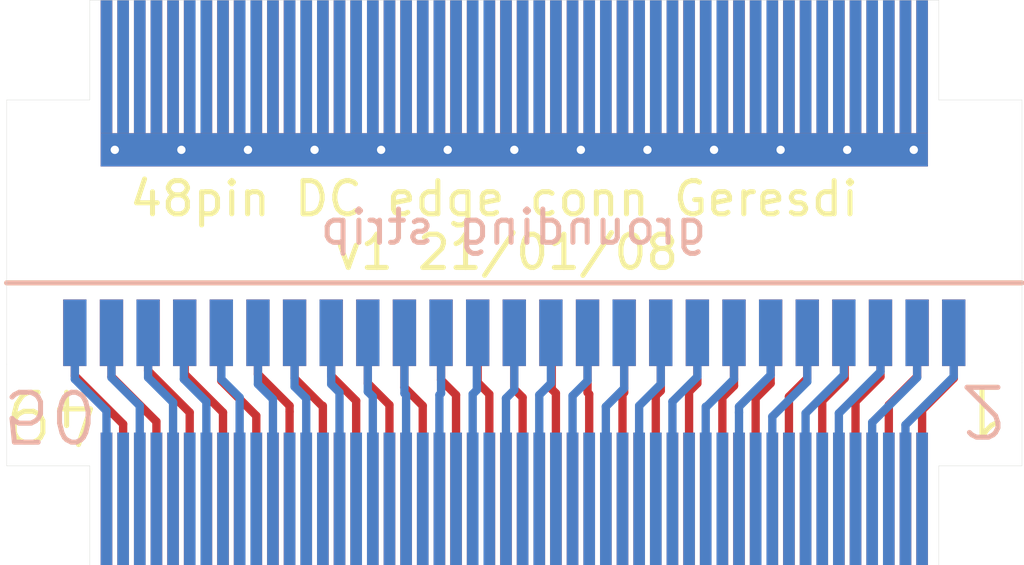
<source format=kicad_pcb>
(kicad_pcb (version 20171130) (host pcbnew "(5.1.8)-1")

  (general
    (thickness 1.6)
    (drawings 330)
    (tracks 165)
    (zones 0)
    (modules 0)
    (nets 1)
  )

  (page A4)
  (layers
    (0 F.Cu signal)
    (31 B.Cu signal)
    (32 B.Adhes user hide)
    (33 F.Adhes user hide)
    (34 B.Paste user hide)
    (35 F.Paste user hide)
    (36 B.SilkS user)
    (37 F.SilkS user)
    (38 B.Mask user)
    (39 F.Mask user hide)
    (40 Dwgs.User user hide)
    (41 Cmts.User user hide)
    (42 Eco1.User user hide)
    (43 Eco2.User user hide)
    (44 Edge.Cuts user)
    (45 Margin user hide)
    (46 B.CrtYd user hide)
    (47 F.CrtYd user hide)
    (48 B.Fab user hide)
    (49 F.Fab user hide)
  )

  (setup
    (last_trace_width 0.25)
    (trace_clearance 0.2)
    (zone_clearance 0.508)
    (zone_45_only no)
    (trace_min 0.2)
    (via_size 0.8)
    (via_drill 0.4)
    (via_min_size 0.4)
    (via_min_drill 0.3)
    (uvia_size 0.3)
    (uvia_drill 0.1)
    (uvias_allowed no)
    (uvia_min_size 0.2)
    (uvia_min_drill 0.1)
    (edge_width 0.05)
    (segment_width 0.2)
    (pcb_text_width 0.3)
    (pcb_text_size 1.5 1.5)
    (mod_edge_width 0.12)
    (mod_text_size 1 1)
    (mod_text_width 0.15)
    (pad_size 1.524 1.524)
    (pad_drill 0.762)
    (pad_to_mask_clearance 0)
    (aux_axis_origin 0 0)
    (grid_origin 64 36)
    (visible_elements FFFFFF7F)
    (pcbplotparams
      (layerselection 0x010fc_ffffffff)
      (usegerberextensions false)
      (usegerberattributes true)
      (usegerberadvancedattributes true)
      (creategerberjobfile true)
      (excludeedgelayer true)
      (linewidth 0.100000)
      (plotframeref false)
      (viasonmask false)
      (mode 1)
      (useauxorigin false)
      (hpglpennumber 1)
      (hpglpenspeed 20)
      (hpglpendiameter 15.000000)
      (psnegative false)
      (psa4output false)
      (plotreference true)
      (plotvalue true)
      (plotinvisibletext false)
      (padsonsilk false)
      (subtractmaskfromsilk false)
      (outputformat 1)
      (mirror false)
      (drillshape 1)
      (scaleselection 1)
      (outputdirectory ""))
  )

  (net 0 "")

  (net_class Default "This is the default net class."
    (clearance 0.2)
    (trace_width 0.25)
    (via_dia 0.8)
    (via_drill 0.4)
    (uvia_dia 0.3)
    (uvia_drill 0.1)
  )

  (gr_line (start 61.175 44.5) (end 91.675 44.5) (layer F.SilkS) (width 0.15) (tstamp 5FF87FF2))
  (gr_poly (pts (xy 72.725 44.95) (xy 73.525 44.95) (xy 73.525 47.05) (xy 72.725 47.05)) (layer B.Mask) (width 0) (tstamp 5FF87F9A))
  (gr_poly (pts (xy 89.225 44.95) (xy 90.025 44.95) (xy 90.025 47.05) (xy 89.225 47.05)) (layer B.Mask) (width 0) (tstamp 5FF87F99))
  (gr_poly (pts (xy 87.025 44.95) (xy 87.825 44.95) (xy 87.825 47.05) (xy 87.025 47.05)) (layer B.Mask) (width 0) (tstamp 5FF87F98))
  (gr_poly (pts (xy 85.925 44.95) (xy 86.725 44.95) (xy 86.725 47.05) (xy 85.925 47.05)) (layer B.Mask) (width 0) (tstamp 5FF87F97))
  (gr_poly (pts (xy 74.925 44.95) (xy 75.725 44.95) (xy 75.725 47.05) (xy 74.925 47.05)) (layer B.Mask) (width 0) (tstamp 5FF87F96))
  (gr_poly (pts (xy 80.425 44.95) (xy 81.225 44.95) (xy 81.225 47.05) (xy 80.425 47.05)) (layer B.Mask) (width 0) (tstamp 5FF87F95))
  (gr_poly (pts (xy 78.225 44.95) (xy 79.025 44.95) (xy 79.025 47.05) (xy 78.225 47.05)) (layer B.Mask) (width 0) (tstamp 5FF87F94))
  (gr_poly (pts (xy 67.225 44.95) (xy 68.025 44.95) (xy 68.025 47.05) (xy 67.225 47.05)) (layer B.Mask) (width 0) (tstamp 5FF87F93))
  (gr_poly (pts (xy 76.025 44.95) (xy 76.825 44.95) (xy 76.825 47.05) (xy 76.025 47.05)) (layer B.Mask) (width 0) (tstamp 5FF87F92))
  (gr_poly (pts (xy 70.525 44.95) (xy 71.325 44.95) (xy 71.325 47.05) (xy 70.525 47.05)) (layer B.Mask) (width 0) (tstamp 5FF87F91))
  (gr_poly (pts (xy 88.125 44.95) (xy 88.925 44.95) (xy 88.925 47.05) (xy 88.125 47.05)) (layer B.Mask) (width 0) (tstamp 5FF87F90))
  (gr_poly (pts (xy 71.625 44.95) (xy 72.425 44.95) (xy 72.425 47.05) (xy 71.625 47.05)) (layer B.Mask) (width 0) (tstamp 5FF87F8F))
  (gr_poly (pts (xy 68.325 44.95) (xy 69.125 44.95) (xy 69.125 47.05) (xy 68.325 47.05)) (layer B.Mask) (width 0) (tstamp 5FF87F8E))
  (gr_poly (pts (xy 73.825 44.95) (xy 74.625 44.95) (xy 74.625 47.05) (xy 73.825 47.05)) (layer B.Mask) (width 0) (tstamp 5FF87F8D))
  (gr_poly (pts (xy 82.625 44.95) (xy 83.425 44.95) (xy 83.425 47.05) (xy 82.625 47.05)) (layer B.Mask) (width 0) (tstamp 5FF87F8C))
  (gr_poly (pts (xy 63.925 44.95) (xy 64.725 44.95) (xy 64.725 47.05) (xy 63.925 47.05)) (layer B.Mask) (width 0) (tstamp 5FF87F8B))
  (gr_poly (pts (xy 83.725 44.95) (xy 84.525 44.95) (xy 84.525 47.05) (xy 83.725 47.05)) (layer B.Mask) (width 0) (tstamp 5FF87F8A))
  (gr_poly (pts (xy 77.125 44.95) (xy 77.925 44.95) (xy 77.925 47.05) (xy 77.125 47.05)) (layer B.Mask) (width 0) (tstamp 5FF87F89))
  (gr_poly (pts (xy 79.325 44.95) (xy 80.125 44.95) (xy 80.125 47.05) (xy 79.325 47.05)) (layer B.Mask) (width 0) (tstamp 5FF87F88))
  (gr_poly (pts (xy 69.425 44.95) (xy 70.225 44.95) (xy 70.225 47.05) (xy 69.425 47.05)) (layer B.Mask) (width 0) (tstamp 5FF87F87))
  (gr_poly (pts (xy 65.025 44.95) (xy 65.825 44.95) (xy 65.825 47.05) (xy 65.025 47.05)) (layer B.Mask) (width 0) (tstamp 5FF87F86))
  (gr_poly (pts (xy 66.125 44.95) (xy 66.925 44.95) (xy 66.925 47.05) (xy 66.125 47.05)) (layer B.Mask) (width 0) (tstamp 5FF87F85))
  (gr_poly (pts (xy 84.825 44.95) (xy 85.625 44.95) (xy 85.625 47.05) (xy 84.825 47.05)) (layer B.Mask) (width 0) (tstamp 5FF87F84))
  (gr_poly (pts (xy 81.525 44.95) (xy 82.325 44.95) (xy 82.325 47.05) (xy 81.525 47.05)) (layer B.Mask) (width 0) (tstamp 5FF87F83))
  (gr_poly (pts (xy 62.825 44.95) (xy 63.625 44.95) (xy 63.625 47.05) (xy 62.825 47.05)) (layer B.Mask) (width 0) (tstamp 5FF87F82))
  (gr_poly (pts (xy 89.225 47.05) (xy 90.025 47.05) (xy 90.025 44.95) (xy 89.225 44.95)) (layer F.Mask) (width 0) (tstamp 5FF87EA9))
  (gr_poly (pts (xy 88.125 47.05) (xy 88.925 47.05) (xy 88.925 44.95) (xy 88.125 44.95)) (layer F.Mask) (width 0) (tstamp 5FF87EA7))
  (gr_poly (pts (xy 87.025 47.05) (xy 87.825 47.05) (xy 87.825 44.95) (xy 87.025 44.95)) (layer F.Mask) (width 0) (tstamp 5FF87EA5))
  (gr_poly (pts (xy 85.925 47.05) (xy 86.725 47.05) (xy 86.725 44.95) (xy 85.925 44.95)) (layer F.Mask) (width 0) (tstamp 5FF87EA3))
  (gr_poly (pts (xy 84.825 47.05) (xy 85.625 47.05) (xy 85.625 44.95) (xy 84.825 44.95)) (layer F.Mask) (width 0) (tstamp 5FF87EA1))
  (gr_poly (pts (xy 83.725 47.05) (xy 84.525 47.05) (xy 84.525 44.95) (xy 83.725 44.95)) (layer F.Mask) (width 0) (tstamp 5FF87E9F))
  (gr_poly (pts (xy 82.625 47.05) (xy 83.425 47.05) (xy 83.425 44.95) (xy 82.625 44.95)) (layer F.Mask) (width 0) (tstamp 5FF87E9D))
  (gr_poly (pts (xy 81.525 47.05) (xy 82.325 47.05) (xy 82.325 44.95) (xy 81.525 44.95)) (layer F.Mask) (width 0) (tstamp 5FF87E9B))
  (gr_poly (pts (xy 80.425 47.05) (xy 81.225 47.05) (xy 81.225 44.95) (xy 80.425 44.95)) (layer F.Mask) (width 0) (tstamp 5FF87E99))
  (gr_poly (pts (xy 79.325 47.05) (xy 80.125 47.05) (xy 80.125 44.95) (xy 79.325 44.95)) (layer F.Mask) (width 0) (tstamp 5FF87E97))
  (gr_poly (pts (xy 78.225 47.05) (xy 79.025 47.05) (xy 79.025 44.95) (xy 78.225 44.95)) (layer F.Mask) (width 0) (tstamp 5FF87E95))
  (gr_poly (pts (xy 77.125 47.05) (xy 77.925 47.05) (xy 77.925 44.95) (xy 77.125 44.95)) (layer F.Mask) (width 0) (tstamp 5FF87E93))
  (gr_poly (pts (xy 76.025 47.05) (xy 76.825 47.05) (xy 76.825 44.95) (xy 76.025 44.95)) (layer F.Mask) (width 0) (tstamp 5FF87E91))
  (gr_poly (pts (xy 74.925 47.05) (xy 75.725 47.05) (xy 75.725 44.95) (xy 74.925 44.95)) (layer F.Mask) (width 0) (tstamp 5FF87E8F))
  (gr_poly (pts (xy 73.825 47.05) (xy 74.625 47.05) (xy 74.625 44.95) (xy 73.825 44.95)) (layer F.Mask) (width 0) (tstamp 5FF87E8D))
  (gr_poly (pts (xy 72.725 47.05) (xy 73.525 47.05) (xy 73.525 44.95) (xy 72.725 44.95)) (layer F.Mask) (width 0) (tstamp 5FF87E8B))
  (gr_poly (pts (xy 71.625 47.05) (xy 72.425 47.05) (xy 72.425 44.95) (xy 71.625 44.95)) (layer F.Mask) (width 0) (tstamp 5FF87E89))
  (gr_poly (pts (xy 70.525 47.05) (xy 71.325 47.05) (xy 71.325 44.95) (xy 70.525 44.95)) (layer F.Mask) (width 0) (tstamp 5FF87E87))
  (gr_poly (pts (xy 69.425 47.05) (xy 70.225 47.05) (xy 70.225 44.95) (xy 69.425 44.95)) (layer F.Mask) (width 0) (tstamp 5FF87E85))
  (gr_poly (pts (xy 68.325 47.05) (xy 69.125 47.05) (xy 69.125 44.95) (xy 68.325 44.95)) (layer F.Mask) (width 0) (tstamp 5FF87E83))
  (gr_poly (pts (xy 67.225 47.05) (xy 68.025 47.05) (xy 68.025 44.95) (xy 67.225 44.95)) (layer F.Mask) (width 0) (tstamp 5FF87E81))
  (gr_poly (pts (xy 66.125 47.05) (xy 66.925 47.05) (xy 66.925 44.95) (xy 66.125 44.95)) (layer F.Mask) (width 0) (tstamp 5FF87E7F))
  (gr_poly (pts (xy 65.025 47.05) (xy 65.825 47.05) (xy 65.825 44.95) (xy 65.025 44.95)) (layer F.Mask) (width 0) (tstamp 5FF87E7D))
  (gr_poly (pts (xy 63.925 47.05) (xy 64.725 47.05) (xy 64.725 44.95) (xy 63.925 44.95)) (layer F.Mask) (width 0) (tstamp 5FF87E7B))
  (gr_poly (pts (xy 62.825 47.05) (xy 63.625 47.05) (xy 63.625 44.95) (xy 62.825 44.95)) (layer F.Mask) (width 0) (tstamp 5FF87E61))
  (gr_poly (pts (xy 89.175 53) (xy 63.675 53) (xy 63.675 49) (xy 89.175 49)) (layer B.Mask) (width 0) (tstamp 5FF87E5A))
  (gr_poly (pts (xy 89.175 40) (xy 63.675 40) (xy 63.675 36) (xy 89.175 36)) (layer B.Mask) (width 0) (tstamp 5FF87E52))
  (gr_poly (pts (xy 89.175 40) (xy 63.675 40) (xy 63.675 36) (xy 89.175 36)) (layer F.Mask) (width 0) (tstamp 5FF87FEE))
  (gr_poly (pts (xy 89.175 53) (xy 63.675 53) (xy 63.675 49) (xy 89.175 49)) (layer F.Mask) (width 0))
  (gr_text 50 (at 62.48 48.475 180) (layer B.SilkS)
    (effects (font (size 1.5 1.5) (thickness 0.15)) (justify mirror))
  )
  (gr_text 2 (at 90.525 48.325 180) (layer B.SilkS)
    (effects (font (size 1.5 1.5) (thickness 0.15)) (justify mirror))
  )
  (gr_text 49 (at 62.55 48.475 180) (layer F.SilkS)
    (effects (font (size 1.5 1.5) (thickness 0.15)))
  )
  (gr_text 1 (at 90.475 48.325 180) (layer F.SilkS)
    (effects (font (size 1.5 1.5) (thickness 0.15)))
  )
  (gr_text "grounding strip" (at 76.4 42.825) (layer B.SilkS)
    (effects (font (size 1 1) (thickness 0.15)) (justify mirror))
  )
  (gr_line (start 61.175 44.5) (end 91.675 44.5) (layer B.SilkS) (width 0.15))
  (gr_text "48pin DC edge conn Geresdi \nv1 21/01/08" (at 76.2 42.775) (layer F.SilkS)
    (effects (font (size 1 1) (thickness 0.15)))
  )
  (gr_line (start 91.675 50) (end 91.675 46.9) (layer Edge.Cuts) (width 0.01) (tstamp 5FF87DE3))
  (gr_line (start 89.175 50) (end 91.675 50) (layer Edge.Cuts) (width 0.01))
  (gr_line (start 61.175 50) (end 61.175 46.95) (layer Edge.Cuts) (width 0.01))
  (gr_line (start 63.675 50) (end 61.175 50) (layer Edge.Cuts) (width 0.01))
  (gr_line (start 63.675 53) (end 63.675 50) (layer Edge.Cuts) (width 0.01) (tstamp 5FF877B2))
  (gr_line (start 63.675 53) (end 89.175 53) (layer Edge.Cuts) (width 0.01) (tstamp 5FF877B1))
  (gr_line (start 89.175 53) (end 89.175 50) (layer Edge.Cuts) (width 0.01) (tstamp 5FF877B0))
  (gr_poly (pts (xy 74.85 49) (xy 74.5 49) (xy 74.5 53) (xy 74.85 53)) (layer B.Cu) (width 0) (tstamp 5FF86F97))
  (gr_poly (pts (xy 68.35 49) (xy 68 49) (xy 68 53) (xy 68.35 53)) (layer B.Cu) (width 0) (tstamp 5FF86F96))
  (gr_poly (pts (xy 72.85 49) (xy 72.5 49) (xy 72.5 53) (xy 72.85 53)) (layer B.Cu) (width 0) (tstamp 5FF86F95))
  (gr_poly (pts (xy 71.85 49) (xy 71.5 49) (xy 71.5 53) (xy 71.85 53)) (layer B.Cu) (width 0) (tstamp 5FF86F94))
  (gr_poly (pts (xy 66.85 49) (xy 66.5 49) (xy 66.5 53) (xy 66.85 53)) (layer B.Cu) (width 0) (tstamp 5FF86F93))
  (gr_poly (pts (xy 75.35 49) (xy 75 49) (xy 75 53) (xy 75.35 53)) (layer B.Cu) (width 0) (tstamp 5FF86F92))
  (gr_poly (pts (xy 81.35 49) (xy 81 49) (xy 81 53) (xy 81.35 53)) (layer B.Cu) (width 0) (tstamp 5FF86F91))
  (gr_poly (pts (xy 67.85 49) (xy 67.5 49) (xy 67.5 53) (xy 67.85 53)) (layer B.Cu) (width 0) (tstamp 5FF86F90))
  (gr_poly (pts (xy 71.35 49) (xy 71 49) (xy 71 53) (xy 71.35 53)) (layer B.Cu) (width 0) (tstamp 5FF86F8F))
  (gr_poly (pts (xy 86.85 49) (xy 86.5 49) (xy 86.5 53) (xy 86.85 53)) (layer B.Cu) (width 0) (tstamp 5FF86F8E))
  (gr_poly (pts (xy 65.85 49) (xy 65.5 49) (xy 65.5 53) (xy 65.85 53)) (layer B.Cu) (width 0) (tstamp 5FF86F8D))
  (gr_poly (pts (xy 88.35 49) (xy 88 49) (xy 88 53) (xy 88.35 53)) (layer B.Cu) (width 0) (tstamp 5FF86F8C))
  (gr_poly (pts (xy 64.85 49) (xy 64.5 49) (xy 64.5 53) (xy 64.85 53)) (layer B.Cu) (width 0) (tstamp 5FF86F8B))
  (gr_poly (pts (xy 75.85 49) (xy 75.5 49) (xy 75.5 53) (xy 75.85 53)) (layer B.Cu) (width 0) (tstamp 5FF86F8A))
  (gr_poly (pts (xy 70.85 49) (xy 70.5 49) (xy 70.5 53) (xy 70.85 53)) (layer B.Cu) (width 0) (tstamp 5FF86F89))
  (gr_poly (pts (xy 76.35 49) (xy 76 49) (xy 76 53) (xy 76.35 53)) (layer B.Cu) (width 0) (tstamp 5FF86F88))
  (gr_poly (pts (xy 76.85 49) (xy 76.5 49) (xy 76.5 53) (xy 76.85 53)) (layer B.Cu) (width 0) (tstamp 5FF86F87))
  (gr_poly (pts (xy 83.35 49) (xy 83 49) (xy 83 53) (xy 83.35 53)) (layer B.Cu) (width 0) (tstamp 5FF86F86))
  (gr_poly (pts (xy 68.85 49) (xy 68.5 49) (xy 68.5 53) (xy 68.85 53)) (layer B.Cu) (width 0) (tstamp 5FF86F85))
  (gr_poly (pts (xy 69.85 49) (xy 69.5 49) (xy 69.5 53) (xy 69.85 53)) (layer B.Cu) (width 0) (tstamp 5FF86F84))
  (gr_poly (pts (xy 88.85 49) (xy 88.5 49) (xy 88.5 53) (xy 88.85 53)) (layer B.Cu) (width 0) (tstamp 5FF86F83))
  (gr_poly (pts (xy 85.35 49) (xy 85 49) (xy 85 53) (xy 85.35 53)) (layer B.Cu) (width 0) (tstamp 5FF86F82))
  (gr_poly (pts (xy 79.85 49) (xy 79.5 49) (xy 79.5 53) (xy 79.85 53)) (layer B.Cu) (width 0) (tstamp 5FF86F81))
  (gr_poly (pts (xy 85.85 49) (xy 85.5 49) (xy 85.5 53) (xy 85.85 53)) (layer B.Cu) (width 0) (tstamp 5FF86F80))
  (gr_poly (pts (xy 70.35 49) (xy 70 49) (xy 70 53) (xy 70.35 53)) (layer B.Cu) (width 0) (tstamp 5FF86F7F))
  (gr_poly (pts (xy 77.35 49) (xy 77 49) (xy 77 53) (xy 77.35 53)) (layer B.Cu) (width 0) (tstamp 5FF86F7E))
  (gr_poly (pts (xy 73.85 49) (xy 73.5 49) (xy 73.5 53) (xy 73.85 53)) (layer B.Cu) (width 0) (tstamp 5FF86F7D))
  (gr_poly (pts (xy 84.85 49) (xy 84.5 49) (xy 84.5 53) (xy 84.85 53)) (layer B.Cu) (width 0) (tstamp 5FF86F7C))
  (gr_poly (pts (xy 64.35 49) (xy 64 49) (xy 64 53) (xy 64.35 53)) (layer B.Cu) (width 0) (tstamp 5FF86F7B))
  (gr_poly (pts (xy 69.35 49) (xy 69 49) (xy 69 53) (xy 69.35 53)) (layer B.Cu) (width 0) (tstamp 5FF86F7A))
  (gr_poly (pts (xy 83.85 49) (xy 83.5 49) (xy 83.5 53) (xy 83.85 53)) (layer B.Cu) (width 0) (tstamp 5FF86F79))
  (gr_poly (pts (xy 84.35 49) (xy 84 49) (xy 84 53) (xy 84.35 53)) (layer B.Cu) (width 0) (tstamp 5FF86F78))
  (gr_poly (pts (xy 77.85 49) (xy 77.5 49) (xy 77.5 53) (xy 77.85 53)) (layer B.Cu) (width 0) (tstamp 5FF86F77))
  (gr_poly (pts (xy 82.85 49) (xy 82.5 49) (xy 82.5 53) (xy 82.85 53)) (layer B.Cu) (width 0) (tstamp 5FF86F76))
  (gr_poly (pts (xy 74.35 49) (xy 74 49) (xy 74 53) (xy 74.35 53)) (layer B.Cu) (width 0) (tstamp 5FF86F75))
  (gr_poly (pts (xy 80.35 49) (xy 80 49) (xy 80 53) (xy 80.35 53)) (layer B.Cu) (width 0) (tstamp 5FF86F74))
  (gr_poly (pts (xy 79.35 49) (xy 79 49) (xy 79 53) (xy 79.35 53)) (layer B.Cu) (width 0) (tstamp 5FF86F73))
  (gr_poly (pts (xy 80.85 49) (xy 80.5 49) (xy 80.5 53) (xy 80.85 53)) (layer B.Cu) (width 0) (tstamp 5FF86F72))
  (gr_poly (pts (xy 66.35 49) (xy 66 49) (xy 66 53) (xy 66.35 53)) (layer B.Cu) (width 0) (tstamp 5FF86F71))
  (gr_poly (pts (xy 67.35 49) (xy 67 49) (xy 67 53) (xy 67.35 53)) (layer B.Cu) (width 0) (tstamp 5FF86F70))
  (gr_poly (pts (xy 72.35 49) (xy 72 49) (xy 72 53) (xy 72.35 53)) (layer B.Cu) (width 0) (tstamp 5FF86F6F))
  (gr_poly (pts (xy 78.35 49) (xy 78 49) (xy 78 53) (xy 78.35 53)) (layer B.Cu) (width 0) (tstamp 5FF86F6E))
  (gr_poly (pts (xy 81.85 49) (xy 81.5 49) (xy 81.5 53) (xy 81.85 53)) (layer B.Cu) (width 0) (tstamp 5FF86F6D))
  (gr_poly (pts (xy 87.35 49) (xy 87 49) (xy 87 53) (xy 87.35 53)) (layer B.Cu) (width 0) (tstamp 5FF86F6C))
  (gr_poly (pts (xy 82.35 49) (xy 82 49) (xy 82 53) (xy 82.35 53)) (layer B.Cu) (width 0) (tstamp 5FF86F6B))
  (gr_poly (pts (xy 78.85 49) (xy 78.5 49) (xy 78.5 53) (xy 78.85 53)) (layer B.Cu) (width 0) (tstamp 5FF86F6A))
  (gr_poly (pts (xy 65.35 49) (xy 65 49) (xy 65 53) (xy 65.35 53)) (layer B.Cu) (width 0) (tstamp 5FF86F69))
  (gr_poly (pts (xy 73.35 49) (xy 73 49) (xy 73 53) (xy 73.35 53)) (layer B.Cu) (width 0) (tstamp 5FF86F68))
  (gr_poly (pts (xy 87.85 49) (xy 87.5 49) (xy 87.5 53) (xy 87.85 53)) (layer B.Cu) (width 0) (tstamp 5FF86F67))
  (gr_poly (pts (xy 86.35 49) (xy 86 49) (xy 86 53) (xy 86.35 53)) (layer B.Cu) (width 0) (tstamp 5FF86F66))
  (gr_poly (pts (xy 67.975 47) (xy 67.275 47) (xy 67.275 45) (xy 67.975 45)) (layer B.Cu) (width 0) (tstamp 5FF86F65))
  (gr_poly (pts (xy 72.375 47) (xy 71.675 47) (xy 71.675 45) (xy 72.375 45)) (layer B.Cu) (width 0) (tstamp 5FF86F64))
  (gr_poly (pts (xy 71.275 47) (xy 70.575 47) (xy 70.575 45) (xy 71.275 45)) (layer B.Cu) (width 0) (tstamp 5FF86F63))
  (gr_poly (pts (xy 69.075 47) (xy 68.375 47) (xy 68.375 45) (xy 69.075 45)) (layer B.Cu) (width 0) (tstamp 5FF86F62))
  (gr_poly (pts (xy 63.575 47) (xy 62.875 47) (xy 62.875 45) (xy 63.575 45)) (layer B.Cu) (width 0) (tstamp 5FF86F61))
  (gr_poly (pts (xy 64.675 47) (xy 63.975 47) (xy 63.975 45) (xy 64.675 45)) (layer B.Cu) (width 0) (tstamp 5FF86F60))
  (gr_poly (pts (xy 66.875 47) (xy 66.175 47) (xy 66.175 45) (xy 66.875 45)) (layer B.Cu) (width 0) (tstamp 5FF86F5F))
  (gr_poly (pts (xy 65.775 47) (xy 65.075 47) (xy 65.075 45) (xy 65.775 45)) (layer B.Cu) (width 0) (tstamp 5FF86F5E))
  (gr_poly (pts (xy 70.175 47) (xy 69.475 47) (xy 69.475 45) (xy 70.175 45)) (layer B.Cu) (width 0) (tstamp 5FF86F5D))
  (gr_poly (pts (xy 77.875 47) (xy 77.175 47) (xy 77.175 45) (xy 77.875 45)) (layer B.Cu) (width 0) (tstamp 5FF86F5C))
  (gr_poly (pts (xy 85.575 47) (xy 84.875 47) (xy 84.875 45) (xy 85.575 45)) (layer B.Cu) (width 0) (tstamp 5FF86F5B))
  (gr_poly (pts (xy 75.675 47) (xy 74.975 47) (xy 74.975 45) (xy 75.675 45)) (layer B.Cu) (width 0) (tstamp 5FF86F5A))
  (gr_poly (pts (xy 73.475 47) (xy 72.775 47) (xy 72.775 45) (xy 73.475 45)) (layer B.Cu) (width 0) (tstamp 5FF86F59))
  (gr_poly (pts (xy 83.375 47) (xy 82.675 47) (xy 82.675 45) (xy 83.375 45)) (layer B.Cu) (width 0) (tstamp 5FF86F58))
  (gr_poly (pts (xy 88.875 47) (xy 88.175 47) (xy 88.175 45) (xy 88.875 45)) (layer B.Cu) (width 0) (tstamp 5FF86F57))
  (gr_poly (pts (xy 81.175 47) (xy 80.475 47) (xy 80.475 45) (xy 81.175 45)) (layer B.Cu) (width 0) (tstamp 5FF86F56))
  (gr_poly (pts (xy 76.775 47) (xy 76.075 47) (xy 76.075 45) (xy 76.775 45)) (layer B.Cu) (width 0) (tstamp 5FF86F55))
  (gr_poly (pts (xy 87.775 47) (xy 87.075 47) (xy 87.075 45) (xy 87.775 45)) (layer B.Cu) (width 0) (tstamp 5FF86F54))
  (gr_poly (pts (xy 74.575 47) (xy 73.875 47) (xy 73.875 45) (xy 74.575 45)) (layer B.Cu) (width 0) (tstamp 5FF86F53))
  (gr_poly (pts (xy 82.275 47) (xy 81.575 47) (xy 81.575 45) (xy 82.275 45)) (layer B.Cu) (width 0) (tstamp 5FF86F52))
  (gr_poly (pts (xy 78.975 47) (xy 78.275 47) (xy 78.275 45) (xy 78.975 45)) (layer B.Cu) (width 0) (tstamp 5FF86F51))
  (gr_poly (pts (xy 89.975 47) (xy 89.275 47) (xy 89.275 45) (xy 89.975 45)) (layer B.Cu) (width 0) (tstamp 5FF86F50))
  (gr_poly (pts (xy 80.075 47) (xy 79.375 47) (xy 79.375 45) (xy 80.075 45)) (layer B.Cu) (width 0) (tstamp 5FF86F4F))
  (gr_poly (pts (xy 84.475 47) (xy 83.775 47) (xy 83.775 45) (xy 84.475 45)) (layer B.Cu) (width 0) (tstamp 5FF86F4E))
  (gr_poly (pts (xy 86.675 47) (xy 85.975 47) (xy 85.975 45) (xy 86.675 45)) (layer B.Cu) (width 0) (tstamp 5FF86F4D))
  (gr_poly (pts (xy 62.875 47) (xy 63.575 47) (xy 63.575 45) (xy 62.875 45)) (layer F.Cu) (width 0) (tstamp 5FF86D86))
  (gr_poly (pts (xy 63.975 47) (xy 64.675 47) (xy 64.675 45) (xy 63.975 45)) (layer F.Cu) (width 0) (tstamp 5FF86D84))
  (gr_poly (pts (xy 65.075 47) (xy 65.775 47) (xy 65.775 45) (xy 65.075 45)) (layer F.Cu) (width 0) (tstamp 5FF86D82))
  (gr_poly (pts (xy 66.175 47) (xy 66.875 47) (xy 66.875 45) (xy 66.175 45)) (layer F.Cu) (width 0) (tstamp 5FF86D80))
  (gr_poly (pts (xy 67.275 47) (xy 67.975 47) (xy 67.975 45) (xy 67.275 45)) (layer F.Cu) (width 0) (tstamp 5FF86D7E))
  (gr_poly (pts (xy 68.375 47) (xy 69.075 47) (xy 69.075 45) (xy 68.375 45)) (layer F.Cu) (width 0) (tstamp 5FF86D7C))
  (gr_poly (pts (xy 69.475 47) (xy 70.175 47) (xy 70.175 45) (xy 69.475 45)) (layer F.Cu) (width 0) (tstamp 5FF86D7A))
  (gr_poly (pts (xy 70.575 47) (xy 71.275 47) (xy 71.275 45) (xy 70.575 45)) (layer F.Cu) (width 0) (tstamp 5FF86D78))
  (gr_poly (pts (xy 71.675 47) (xy 72.375 47) (xy 72.375 45) (xy 71.675 45)) (layer F.Cu) (width 0) (tstamp 5FF86D76))
  (gr_poly (pts (xy 72.775 47) (xy 73.475 47) (xy 73.475 45) (xy 72.775 45)) (layer F.Cu) (width 0) (tstamp 5FF86D74))
  (gr_poly (pts (xy 73.875 47) (xy 74.575 47) (xy 74.575 45) (xy 73.875 45)) (layer F.Cu) (width 0) (tstamp 5FF86D72))
  (gr_poly (pts (xy 74.975 47) (xy 75.675 47) (xy 75.675 45) (xy 74.975 45)) (layer F.Cu) (width 0) (tstamp 5FF86D70))
  (gr_poly (pts (xy 76.075 47) (xy 76.775 47) (xy 76.775 45) (xy 76.075 45)) (layer F.Cu) (width 0) (tstamp 5FF86D6E))
  (gr_poly (pts (xy 77.175 47) (xy 77.875 47) (xy 77.875 45) (xy 77.175 45)) (layer F.Cu) (width 0) (tstamp 5FF86D6C))
  (gr_poly (pts (xy 78.275 47) (xy 78.975 47) (xy 78.975 45) (xy 78.275 45)) (layer F.Cu) (width 0) (tstamp 5FF86D6A))
  (gr_poly (pts (xy 79.375 47) (xy 80.075 47) (xy 80.075 45) (xy 79.375 45)) (layer F.Cu) (width 0) (tstamp 5FF86D68))
  (gr_poly (pts (xy 80.475 47) (xy 81.175 47) (xy 81.175 45) (xy 80.475 45)) (layer F.Cu) (width 0) (tstamp 5FF86D66))
  (gr_poly (pts (xy 81.575 47) (xy 82.275 47) (xy 82.275 45) (xy 81.575 45)) (layer F.Cu) (width 0) (tstamp 5FF86D64))
  (gr_poly (pts (xy 82.675 47) (xy 83.375 47) (xy 83.375 45) (xy 82.675 45)) (layer F.Cu) (width 0) (tstamp 5FF86D62))
  (gr_poly (pts (xy 83.775 47) (xy 84.475 47) (xy 84.475 45) (xy 83.775 45)) (layer F.Cu) (width 0) (tstamp 5FF86D60))
  (gr_poly (pts (xy 84.875 47) (xy 85.575 47) (xy 85.575 45) (xy 84.875 45)) (layer F.Cu) (width 0) (tstamp 5FF86D5E))
  (gr_poly (pts (xy 85.975 47) (xy 86.675 47) (xy 86.675 45) (xy 85.975 45)) (layer F.Cu) (width 0) (tstamp 5FF86D5C))
  (gr_poly (pts (xy 87.075 47) (xy 87.775 47) (xy 87.775 45) (xy 87.075 45)) (layer F.Cu) (width 0) (tstamp 5FF86D5A))
  (gr_poly (pts (xy 88.175 47) (xy 88.875 47) (xy 88.875 45) (xy 88.175 45)) (layer F.Cu) (width 0) (tstamp 5FF86D58))
  (gr_poly (pts (xy 89.275 47) (xy 89.975 47) (xy 89.975 45) (xy 89.275 45)) (layer F.Cu) (width 0))
  (dimension 8.5 (width 0.15) (layer Dwgs.User) (tstamp 5FF868A6)
    (gr_text "8.500 mm" (at 54.5 48.75 270) (layer Dwgs.User) (tstamp 5FF87ED0)
      (effects (font (size 1 1) (thickness 0.15)))
    )
    (feature1 (pts (xy 64 53) (xy 55.213579 53)))
    (feature2 (pts (xy 64 44.5) (xy 55.213579 44.5)))
    (crossbar (pts (xy 55.8 44.5) (xy 55.8 53)))
    (arrow1a (pts (xy 55.8 53) (xy 55.213579 51.873496)))
    (arrow1b (pts (xy 55.8 53) (xy 56.386421 51.873496)))
    (arrow2a (pts (xy 55.8 44.5) (xy 55.213579 45.626504)))
    (arrow2b (pts (xy 55.8 44.5) (xy 56.386421 45.626504)))
  )
  (dimension 8.5 (width 0.15) (layer Dwgs.User)
    (gr_text "8.500 mm" (at 54.5 40.25 270) (layer Dwgs.User)
      (effects (font (size 1 1) (thickness 0.15)))
    )
    (feature1 (pts (xy 64 44.5) (xy 55.213579 44.5)))
    (feature2 (pts (xy 64 36) (xy 55.213579 36)))
    (crossbar (pts (xy 55.8 36) (xy 55.8 44.5)))
    (arrow1a (pts (xy 55.8 44.5) (xy 55.213579 43.373496)))
    (arrow1b (pts (xy 55.8 44.5) (xy 56.386421 43.373496)))
    (arrow2a (pts (xy 55.8 36) (xy 55.213579 37.126504)))
    (arrow2b (pts (xy 55.8 36) (xy 56.386421 37.126504)))
  )
  (gr_line (start 61.175 39) (end 61.175 46.95) (layer Edge.Cuts) (width 0.01))
  (gr_line (start 91.675 39) (end 91.675 46.9) (layer Edge.Cuts) (width 0.01) (tstamp 5FF86815))
  (gr_line (start 63.675 39) (end 61.175 39) (layer Edge.Cuts) (width 0.01))
  (gr_line (start 63.675 36) (end 63.675 39) (layer Edge.Cuts) (width 0.01))
  (gr_line (start 89.175 39) (end 91.675 39) (layer Edge.Cuts) (width 0.01))
  (gr_line (start 89.175 36) (end 89.175 39) (layer Edge.Cuts) (width 0.01))
  (gr_line (start 89.175 36) (end 63.675 36) (layer Edge.Cuts) (width 0.01))
  (gr_poly (pts (xy 84.5 49) (xy 84.85 49) (xy 84.85 53) (xy 84.5 53)) (layer F.Cu) (width 0) (tstamp 5FF869AD))
  (gr_poly (pts (xy 80 49) (xy 80.35 49) (xy 80.35 53) (xy 80 53)) (layer F.Cu) (width 0) (tstamp 5FF869B0))
  (gr_poly (pts (xy 81 49) (xy 81.35 49) (xy 81.35 53) (xy 81 53)) (layer F.Cu) (width 0) (tstamp 5FF869B3))
  (gr_poly (pts (xy 86.5 49) (xy 86.85 49) (xy 86.85 53) (xy 86.5 53)) (layer F.Cu) (width 0) (tstamp 5FF86A1C))
  (gr_poly (pts (xy 84 49) (xy 84.35 49) (xy 84.35 53) (xy 84 53)) (layer F.Cu) (width 0) (tstamp 5FF869E0))
  (gr_poly (pts (xy 83 49) (xy 83.35 49) (xy 83.35 53) (xy 83 53)) (layer F.Cu) (width 0) (tstamp 5FF869E3))
  (gr_poly (pts (xy 82.5 49) (xy 82.85 49) (xy 82.85 53) (xy 82.5 53)) (layer F.Cu) (width 0) (tstamp 5FF869F2))
  (gr_poly (pts (xy 85.5 49) (xy 85.85 49) (xy 85.85 53) (xy 85.5 53)) (layer F.Cu) (width 0) (tstamp 5FF86A1F))
  (gr_poly (pts (xy 80.5 49) (xy 80.85 49) (xy 80.85 53) (xy 80.5 53)) (layer F.Cu) (width 0) (tstamp 5FF86A22))
  (gr_poly (pts (xy 68 49) (xy 68.35 49) (xy 68.35 53) (xy 68 53)) (layer F.Cu) (width 0) (tstamp 5FF869FB))
  (gr_poly (pts (xy 74.5 49) (xy 74.85 49) (xy 74.85 53) (xy 74.5 53)) (layer F.Cu) (width 0) (tstamp 5FF86A25))
  (gr_poly (pts (xy 71 49) (xy 71.35 49) (xy 71.35 53) (xy 71 53)) (layer F.Cu) (width 0) (tstamp 5FF86A28))
  (gr_poly (pts (xy 73 49) (xy 73.35 49) (xy 73.35 53) (xy 73 53)) (layer F.Cu) (width 0) (tstamp 5FF869EC))
  (gr_poly (pts (xy 76.5 49) (xy 76.85 49) (xy 76.85 53) (xy 76.5 53)) (layer F.Cu) (width 0) (tstamp 5FF869D7))
  (gr_poly (pts (xy 88.5 49) (xy 88.85 49) (xy 88.85 53) (xy 88.5 53)) (layer F.Cu) (width 0) (tstamp 5FF869FE))
  (gr_poly (pts (xy 77.5 49) (xy 77.85 49) (xy 77.85 53) (xy 77.5 53)) (layer F.Cu) (width 0) (tstamp 5FF869B9))
  (gr_poly (pts (xy 68.5 49) (xy 68.85 49) (xy 68.85 53) (xy 68.5 53)) (layer F.Cu) (width 0) (tstamp 5FF86A07))
  (gr_poly (pts (xy 76 49) (xy 76.35 49) (xy 76.35 53) (xy 76 53)) (layer F.Cu) (width 0) (tstamp 5FF869DA))
  (gr_poly (pts (xy 69 49) (xy 69.35 49) (xy 69.35 53) (xy 69 53)) (layer F.Cu) (width 0) (tstamp 5FF86A04))
  (gr_poly (pts (xy 71.5 49) (xy 71.85 49) (xy 71.85 53) (xy 71.5 53)) (layer F.Cu) (width 0) (tstamp 5FF869BC))
  (gr_poly (pts (xy 75 49) (xy 75.35 49) (xy 75.35 53) (xy 75 53)) (layer F.Cu) (width 0) (tstamp 5FF86A0A))
  (gr_poly (pts (xy 75.5 49) (xy 75.85 49) (xy 75.85 53) (xy 75.5 53)) (layer F.Cu) (width 0) (tstamp 5FF869F5))
  (gr_poly (pts (xy 70.5 49) (xy 70.85 49) (xy 70.85 53) (xy 70.5 53)) (layer F.Cu) (width 0) (tstamp 5FF86A2E))
  (gr_poly (pts (xy 77 49) (xy 77.35 49) (xy 77.35 53) (xy 77 53)) (layer F.Cu) (width 0) (tstamp 5FF869D1))
  (gr_poly (pts (xy 73.5 49) (xy 73.85 49) (xy 73.85 53) (xy 73.5 53)) (layer F.Cu) (width 0) (tstamp 5FF86A16))
  (gr_poly (pts (xy 74 49) (xy 74.35 49) (xy 74.35 53) (xy 74 53)) (layer F.Cu) (width 0) (tstamp 5FF86A31))
  (gr_poly (pts (xy 72.5 49) (xy 72.85 49) (xy 72.85 53) (xy 72.5 53)) (layer F.Cu) (width 0) (tstamp 5FF86A13))
  (gr_poly (pts (xy 78.5 49) (xy 78.85 49) (xy 78.85 53) (xy 78.5 53)) (layer F.Cu) (width 0) (tstamp 5FF86A10))
  (gr_poly (pts (xy 87.5 49) (xy 87.85 49) (xy 87.85 53) (xy 87.5 53)) (layer F.Cu) (width 0) (tstamp 5FF86A34))
  (gr_poly (pts (xy 67.5 49) (xy 67.85 49) (xy 67.85 53) (xy 67.5 53)) (layer F.Cu) (width 0) (tstamp 5FF869E9))
  (gr_poly (pts (xy 69.5 49) (xy 69.85 49) (xy 69.85 53) (xy 69.5 53)) (layer F.Cu) (width 0) (tstamp 5FF869DD))
  (gr_poly (pts (xy 66.5 49) (xy 66.85 49) (xy 66.85 53) (xy 66.5 53)) (layer F.Cu) (width 0) (tstamp 5FF86A3D))
  (gr_poly (pts (xy 64 49) (xy 64.35 49) (xy 64.35 53) (xy 64 53)) (layer F.Cu) (width 0) (tstamp 5FF869E6))
  (gr_poly (pts (xy 65.5 49) (xy 65.85 49) (xy 65.85 53) (xy 65.5 53)) (layer F.Cu) (width 0) (tstamp 5FF86A2B))
  (gr_poly (pts (xy 81.5 49) (xy 81.85 49) (xy 81.85 53) (xy 81.5 53)) (layer F.Cu) (width 0) (tstamp 5FF869C2))
  (gr_poly (pts (xy 82 49) (xy 82.35 49) (xy 82.35 53) (xy 82 53)) (layer F.Cu) (width 0) (tstamp 5FF869D4))
  (gr_poly (pts (xy 79 49) (xy 79.35 49) (xy 79.35 53) (xy 79 53)) (layer F.Cu) (width 0) (tstamp 5FF869F8))
  (gr_poly (pts (xy 70 49) (xy 70.35 49) (xy 70.35 53) (xy 70 53)) (layer F.Cu) (width 0) (tstamp 5FF86A0D))
  (gr_poly (pts (xy 83.5 49) (xy 83.85 49) (xy 83.85 53) (xy 83.5 53)) (layer F.Cu) (width 0) (tstamp 5FF86A01))
  (gr_poly (pts (xy 66 49) (xy 66.35 49) (xy 66.35 53) (xy 66 53)) (layer F.Cu) (width 0) (tstamp 5FF869C5))
  (gr_poly (pts (xy 86 49) (xy 86.35 49) (xy 86.35 53) (xy 86 53)) (layer F.Cu) (width 0) (tstamp 5FF869B6))
  (gr_poly (pts (xy 87 49) (xy 87.35 49) (xy 87.35 53) (xy 87 53)) (layer F.Cu) (width 0) (tstamp 5FF869C8))
  (gr_poly (pts (xy 79.5 49) (xy 79.85 49) (xy 79.85 53) (xy 79.5 53)) (layer F.Cu) (width 0) (tstamp 5FF86A37))
  (gr_poly (pts (xy 65 49) (xy 65.35 49) (xy 65.35 53) (xy 65 53)) (layer F.Cu) (width 0) (tstamp 5FF86A3A))
  (gr_poly (pts (xy 67 49) (xy 67.35 49) (xy 67.35 53) (xy 67 53)) (layer F.Cu) (width 0) (tstamp 5FF869EF))
  (gr_poly (pts (xy 64.5 49) (xy 64.85 49) (xy 64.85 53) (xy 64.5 53)) (layer F.Cu) (width 0) (tstamp 5FF869CB))
  (gr_poly (pts (xy 72 49) (xy 72.35 49) (xy 72.35 53) (xy 72 53)) (layer F.Cu) (width 0) (tstamp 5FF86A19))
  (gr_poly (pts (xy 88 49) (xy 88.35 49) (xy 88.35 53) (xy 88 53)) (layer F.Cu) (width 0) (tstamp 5FF869CE))
  (gr_poly (pts (xy 85 49) (xy 85.35 49) (xy 85.35 53) (xy 85 53)) (layer F.Cu) (width 0) (tstamp 5FF869BF))
  (gr_poly (pts (xy 78 49) (xy 78.35 49) (xy 78.35 53) (xy 78 53)) (layer F.Cu) (width 0) (tstamp 5FF869AA))
  (gr_poly (pts (xy 88.85 40) (xy 64 40) (xy 64 41) (xy 88.85 41)) (layer B.Cu) (width 0) (tstamp 5FF85CDF))
  (gr_poly (pts (xy 88.85 41) (xy 64 41) (xy 64 40) (xy 88.85 40)) (layer F.Cu) (width 0))
  (gr_poly (pts (xy 67.35 36) (xy 67 36) (xy 67 40) (xy 67.35 40)) (layer B.Cu) (width 0) (tstamp 5FF85C43))
  (gr_poly (pts (xy 71.85 36) (xy 71.5 36) (xy 71.5 40) (xy 71.85 40)) (layer B.Cu) (width 0) (tstamp 5FF85C42))
  (gr_poly (pts (xy 66.35 36) (xy 66 36) (xy 66 40) (xy 66.35 40)) (layer B.Cu) (width 0) (tstamp 5FF85C41))
  (gr_poly (pts (xy 68.35 36) (xy 68 36) (xy 68 40) (xy 68.35 40)) (layer B.Cu) (width 0) (tstamp 5FF85C40))
  (gr_poly (pts (xy 68.85 36) (xy 68.5 36) (xy 68.5 40) (xy 68.85 40)) (layer B.Cu) (width 0) (tstamp 5FF85C3F))
  (gr_poly (pts (xy 70.35 36) (xy 70 36) (xy 70 40) (xy 70.35 40)) (layer B.Cu) (width 0) (tstamp 5FF85C3E))
  (gr_poly (pts (xy 69.85 36) (xy 69.5 36) (xy 69.5 40) (xy 69.85 40)) (layer B.Cu) (width 0) (tstamp 5FF85C3D))
  (gr_poly (pts (xy 72.85 36) (xy 72.5 36) (xy 72.5 40) (xy 72.85 40)) (layer B.Cu) (width 0) (tstamp 5FF85C3C))
  (gr_poly (pts (xy 72.35 36) (xy 72 36) (xy 72 40) (xy 72.35 40)) (layer B.Cu) (width 0) (tstamp 5FF85C3B))
  (gr_poly (pts (xy 70.85 36) (xy 70.5 36) (xy 70.5 40) (xy 70.85 40)) (layer B.Cu) (width 0) (tstamp 5FF85C3A))
  (gr_poly (pts (xy 69.35 36) (xy 69 36) (xy 69 40) (xy 69.35 40)) (layer B.Cu) (width 0) (tstamp 5FF85C39))
  (gr_poly (pts (xy 66.85 36) (xy 66.5 36) (xy 66.5 40) (xy 66.85 40)) (layer B.Cu) (width 0) (tstamp 5FF85C38))
  (gr_poly (pts (xy 65.85 36) (xy 65.5 36) (xy 65.5 40) (xy 65.85 40)) (layer B.Cu) (width 0) (tstamp 5FF85C37))
  (gr_poly (pts (xy 64.85 36) (xy 64.5 36) (xy 64.5 40) (xy 64.85 40)) (layer B.Cu) (width 0) (tstamp 5FF85C36))
  (gr_poly (pts (xy 67.85 36) (xy 67.5 36) (xy 67.5 40) (xy 67.85 40)) (layer B.Cu) (width 0) (tstamp 5FF85C35))
  (gr_poly (pts (xy 74.85 36) (xy 74.5 36) (xy 74.5 40) (xy 74.85 40)) (layer B.Cu) (width 0) (tstamp 5FF85C34))
  (gr_poly (pts (xy 74.35 36) (xy 74 36) (xy 74 40) (xy 74.35 40)) (layer B.Cu) (width 0) (tstamp 5FF85C33))
  (gr_poly (pts (xy 73.85 36) (xy 73.5 36) (xy 73.5 40) (xy 73.85 40)) (layer B.Cu) (width 0) (tstamp 5FF85C32))
  (gr_poly (pts (xy 65.35 36) (xy 65 36) (xy 65 40) (xy 65.35 40)) (layer B.Cu) (width 0) (tstamp 5FF85C31))
  (gr_poly (pts (xy 71.35 36) (xy 71 36) (xy 71 40) (xy 71.35 40)) (layer B.Cu) (width 0) (tstamp 5FF85C30))
  (gr_poly (pts (xy 73.35 36) (xy 73 36) (xy 73 40) (xy 73.35 40)) (layer B.Cu) (width 0) (tstamp 5FF85C2F))
  (gr_poly (pts (xy 85.35 36) (xy 85 36) (xy 85 40) (xy 85.35 40)) (layer B.Cu) (width 0) (tstamp 5FF85C2E))
  (gr_poly (pts (xy 87.85 36) (xy 87.5 36) (xy 87.5 40) (xy 87.85 40)) (layer B.Cu) (width 0) (tstamp 5FF85C2D))
  (gr_poly (pts (xy 86.35 36) (xy 86 36) (xy 86 40) (xy 86.35 40)) (layer B.Cu) (width 0) (tstamp 5FF85C2C))
  (gr_poly (pts (xy 88.85 36) (xy 88.5 36) (xy 88.5 40) (xy 88.85 40)) (layer B.Cu) (width 0) (tstamp 5FF85C2B))
  (gr_poly (pts (xy 85.85 36) (xy 85.5 36) (xy 85.5 40) (xy 85.85 40)) (layer B.Cu) (width 0) (tstamp 5FF85C2A))
  (gr_poly (pts (xy 88.35 36) (xy 88 36) (xy 88 40) (xy 88.35 40)) (layer B.Cu) (width 0) (tstamp 5FF85C29))
  (gr_poly (pts (xy 86.85 36) (xy 86.5 36) (xy 86.5 40) (xy 86.85 40)) (layer B.Cu) (width 0) (tstamp 5FF85C28))
  (gr_poly (pts (xy 87.35 36) (xy 87 36) (xy 87 40) (xy 87.35 40)) (layer B.Cu) (width 0) (tstamp 5FF85C27))
  (gr_poly (pts (xy 83.35 36) (xy 83 36) (xy 83 40) (xy 83.35 40)) (layer B.Cu) (width 0) (tstamp 5FF85C26))
  (gr_poly (pts (xy 82.85 36) (xy 82.5 36) (xy 82.5 40) (xy 82.85 40)) (layer B.Cu) (width 0) (tstamp 5FF85C25))
  (gr_poly (pts (xy 80.85 36) (xy 80.5 36) (xy 80.5 40) (xy 80.85 40)) (layer B.Cu) (width 0) (tstamp 5FF85C24))
  (gr_poly (pts (xy 79.35 36) (xy 79 36) (xy 79 40) (xy 79.35 40)) (layer B.Cu) (width 0) (tstamp 5FF85C23))
  (gr_poly (pts (xy 78.85 36) (xy 78.5 36) (xy 78.5 40) (xy 78.85 40)) (layer B.Cu) (width 0) (tstamp 5FF85C22))
  (gr_poly (pts (xy 80.35 36) (xy 80 36) (xy 80 40) (xy 80.35 40)) (layer B.Cu) (width 0) (tstamp 5FF85C21))
  (gr_poly (pts (xy 84.35 36) (xy 84 36) (xy 84 40) (xy 84.35 40)) (layer B.Cu) (width 0) (tstamp 5FF85C20))
  (gr_poly (pts (xy 81.35 36) (xy 81 36) (xy 81 40) (xy 81.35 40)) (layer B.Cu) (width 0) (tstamp 5FF85C1F))
  (gr_poly (pts (xy 77.85 36) (xy 77.5 36) (xy 77.5 40) (xy 77.85 40)) (layer B.Cu) (width 0) (tstamp 5FF85C1E))
  (gr_poly (pts (xy 77.35 36) (xy 77 36) (xy 77 40) (xy 77.35 40)) (layer B.Cu) (width 0) (tstamp 5FF85C1D))
  (gr_poly (pts (xy 76.85 36) (xy 76.5 36) (xy 76.5 40) (xy 76.85 40)) (layer B.Cu) (width 0) (tstamp 5FF85C1C))
  (gr_poly (pts (xy 79.85 36) (xy 79.5 36) (xy 79.5 40) (xy 79.85 40)) (layer B.Cu) (width 0) (tstamp 5FF85C1B))
  (gr_poly (pts (xy 82.35 36) (xy 82 36) (xy 82 40) (xy 82.35 40)) (layer B.Cu) (width 0) (tstamp 5FF85C1A))
  (gr_poly (pts (xy 75.85 36) (xy 75.5 36) (xy 75.5 40) (xy 75.85 40)) (layer B.Cu) (width 0) (tstamp 5FF85C19))
  (gr_poly (pts (xy 81.85 36) (xy 81.5 36) (xy 81.5 40) (xy 81.85 40)) (layer B.Cu) (width 0) (tstamp 5FF85C18))
  (gr_poly (pts (xy 78.35 36) (xy 78 36) (xy 78 40) (xy 78.35 40)) (layer B.Cu) (width 0) (tstamp 5FF85C17))
  (gr_poly (pts (xy 76.35 36) (xy 76 36) (xy 76 40) (xy 76.35 40)) (layer B.Cu) (width 0) (tstamp 5FF85C16))
  (gr_poly (pts (xy 84.85 36) (xy 84.5 36) (xy 84.5 40) (xy 84.85 40)) (layer B.Cu) (width 0) (tstamp 5FF85C15))
  (gr_poly (pts (xy 83.85 36) (xy 83.5 36) (xy 83.5 40) (xy 83.85 40)) (layer B.Cu) (width 0) (tstamp 5FF85C14))
  (gr_poly (pts (xy 75.35 36) (xy 75 36) (xy 75 40) (xy 75.35 40)) (layer B.Cu) (width 0) (tstamp 5FF85C13))
  (gr_poly (pts (xy 64.35 36) (xy 64 36) (xy 64 40) (xy 64.35 40)) (layer B.Cu) (width 0) (tstamp 5FF85C12))
  (gr_poly (pts (xy 88.85 40) (xy 88.5 40) (xy 88.5 36) (xy 88.85 36)) (layer F.Cu) (width 0) (tstamp 5FF85C0F))
  (gr_poly (pts (xy 88.35 40) (xy 88 40) (xy 88 36) (xy 88.35 36)) (layer F.Cu) (width 0) (tstamp 5FF85C0D))
  (gr_poly (pts (xy 87.85 40) (xy 87.5 40) (xy 87.5 36) (xy 87.85 36)) (layer F.Cu) (width 0) (tstamp 5FF85C0B))
  (gr_poly (pts (xy 87.35 40) (xy 87 40) (xy 87 36) (xy 87.35 36)) (layer F.Cu) (width 0) (tstamp 5FF85C09))
  (gr_poly (pts (xy 86.85 40) (xy 86.5 40) (xy 86.5 36) (xy 86.85 36)) (layer F.Cu) (width 0) (tstamp 5FF85C07))
  (gr_poly (pts (xy 86.35 40) (xy 86 40) (xy 86 36) (xy 86.35 36)) (layer F.Cu) (width 0) (tstamp 5FF85C05))
  (gr_poly (pts (xy 85.85 40) (xy 85.5 40) (xy 85.5 36) (xy 85.85 36)) (layer F.Cu) (width 0) (tstamp 5FF85C03))
  (gr_poly (pts (xy 85.35 40) (xy 85 40) (xy 85 36) (xy 85.35 36)) (layer F.Cu) (width 0) (tstamp 5FF85C01))
  (gr_poly (pts (xy 84.85 40) (xy 84.5 40) (xy 84.5 36) (xy 84.85 36)) (layer F.Cu) (width 0) (tstamp 5FF85BFF))
  (gr_poly (pts (xy 84.35 40) (xy 84 40) (xy 84 36) (xy 84.35 36)) (layer F.Cu) (width 0) (tstamp 5FF85BFD))
  (gr_poly (pts (xy 83.85 40) (xy 83.5 40) (xy 83.5 36) (xy 83.85 36)) (layer F.Cu) (width 0) (tstamp 5FF85BFB))
  (gr_poly (pts (xy 83.35 40) (xy 83 40) (xy 83 36) (xy 83.35 36)) (layer F.Cu) (width 0) (tstamp 5FF85BF9))
  (gr_poly (pts (xy 82.85 40) (xy 82.5 40) (xy 82.5 36) (xy 82.85 36)) (layer F.Cu) (width 0) (tstamp 5FF85BF7))
  (gr_poly (pts (xy 82.35 40) (xy 82 40) (xy 82 36) (xy 82.35 36)) (layer F.Cu) (width 0) (tstamp 5FF85BF5))
  (gr_poly (pts (xy 81.85 40) (xy 81.5 40) (xy 81.5 36) (xy 81.85 36)) (layer F.Cu) (width 0) (tstamp 5FF85BF3))
  (gr_poly (pts (xy 81.35 40) (xy 81 40) (xy 81 36) (xy 81.35 36)) (layer F.Cu) (width 0) (tstamp 5FF85BF1))
  (gr_poly (pts (xy 80.85 40) (xy 80.5 40) (xy 80.5 36) (xy 80.85 36)) (layer F.Cu) (width 0) (tstamp 5FF85BEF))
  (gr_poly (pts (xy 80.35 40) (xy 80 40) (xy 80 36) (xy 80.35 36)) (layer F.Cu) (width 0) (tstamp 5FF85BED))
  (gr_poly (pts (xy 79.85 40) (xy 79.5 40) (xy 79.5 36) (xy 79.85 36)) (layer F.Cu) (width 0) (tstamp 5FF85BEB))
  (gr_poly (pts (xy 79.35 40) (xy 79 40) (xy 79 36) (xy 79.35 36)) (layer F.Cu) (width 0) (tstamp 5FF85BE9))
  (gr_poly (pts (xy 78.85 40) (xy 78.5 40) (xy 78.5 36) (xy 78.85 36)) (layer F.Cu) (width 0) (tstamp 5FF85BE7))
  (gr_poly (pts (xy 78.35 40) (xy 78 40) (xy 78 36) (xy 78.35 36)) (layer F.Cu) (width 0) (tstamp 5FF85BE5))
  (gr_poly (pts (xy 77.85 40) (xy 77.5 40) (xy 77.5 36) (xy 77.85 36)) (layer F.Cu) (width 0) (tstamp 5FF85BE3))
  (gr_poly (pts (xy 77.35 40) (xy 77 40) (xy 77 36) (xy 77.35 36)) (layer F.Cu) (width 0) (tstamp 5FF85BE1))
  (gr_poly (pts (xy 76.85 40) (xy 76.5 40) (xy 76.5 36) (xy 76.85 36)) (layer F.Cu) (width 0) (tstamp 5FF85BDF))
  (gr_poly (pts (xy 76.35 40) (xy 76 40) (xy 76 36) (xy 76.35 36)) (layer F.Cu) (width 0) (tstamp 5FF85BDD))
  (gr_poly (pts (xy 75.85 40) (xy 75.5 40) (xy 75.5 36) (xy 75.85 36)) (layer F.Cu) (width 0) (tstamp 5FF85BDB))
  (gr_poly (pts (xy 75.35 40) (xy 75 40) (xy 75 36) (xy 75.35 36)) (layer F.Cu) (width 0) (tstamp 5FF85BD9))
  (gr_poly (pts (xy 74.85 40) (xy 74.5 40) (xy 74.5 36) (xy 74.85 36)) (layer F.Cu) (width 0) (tstamp 5FF85BD7))
  (gr_poly (pts (xy 74.35 40) (xy 74 40) (xy 74 36) (xy 74.35 36)) (layer F.Cu) (width 0) (tstamp 5FF85BD5))
  (gr_poly (pts (xy 73.85 40) (xy 73.5 40) (xy 73.5 36) (xy 73.85 36)) (layer F.Cu) (width 0) (tstamp 5FF85BD3))
  (gr_poly (pts (xy 73.35 40) (xy 73 40) (xy 73 36) (xy 73.35 36)) (layer F.Cu) (width 0) (tstamp 5FF85BD1))
  (gr_poly (pts (xy 72.85 40) (xy 72.5 40) (xy 72.5 36) (xy 72.85 36)) (layer F.Cu) (width 0) (tstamp 5FF85BCF))
  (gr_poly (pts (xy 72.35 40) (xy 72 40) (xy 72 36) (xy 72.35 36)) (layer F.Cu) (width 0) (tstamp 5FF85BCD))
  (gr_poly (pts (xy 71.85 40) (xy 71.5 40) (xy 71.5 36) (xy 71.85 36)) (layer F.Cu) (width 0) (tstamp 5FF85BCB))
  (gr_poly (pts (xy 71.35 40) (xy 71 40) (xy 71 36) (xy 71.35 36)) (layer F.Cu) (width 0) (tstamp 5FF85BC9))
  (gr_poly (pts (xy 70.85 40) (xy 70.5 40) (xy 70.5 36) (xy 70.85 36)) (layer F.Cu) (width 0) (tstamp 5FF85BC7))
  (gr_poly (pts (xy 70.35 40) (xy 70 40) (xy 70 36) (xy 70.35 36)) (layer F.Cu) (width 0) (tstamp 5FF85BC5))
  (gr_poly (pts (xy 69.85 40) (xy 69.5 40) (xy 69.5 36) (xy 69.85 36)) (layer F.Cu) (width 0) (tstamp 5FF85BC3))
  (gr_poly (pts (xy 69.35 40) (xy 69 40) (xy 69 36) (xy 69.35 36)) (layer F.Cu) (width 0) (tstamp 5FF85BC1))
  (gr_poly (pts (xy 68.85 40) (xy 68.5 40) (xy 68.5 36) (xy 68.85 36)) (layer F.Cu) (width 0) (tstamp 5FF85BBF))
  (gr_poly (pts (xy 68.35 40) (xy 68 40) (xy 68 36) (xy 68.35 36)) (layer F.Cu) (width 0) (tstamp 5FF85BBD))
  (gr_poly (pts (xy 67.85 40) (xy 67.5 40) (xy 67.5 36) (xy 67.85 36)) (layer F.Cu) (width 0) (tstamp 5FF85BBB))
  (gr_poly (pts (xy 67.35 40) (xy 67 40) (xy 67 36) (xy 67.35 36)) (layer F.Cu) (width 0) (tstamp 5FF85BB9))
  (gr_poly (pts (xy 66.85 40) (xy 66.5 40) (xy 66.5 36) (xy 66.85 36)) (layer F.Cu) (width 0) (tstamp 5FF85BB7))
  (gr_poly (pts (xy 66.35 40) (xy 66 40) (xy 66 36) (xy 66.35 36)) (layer F.Cu) (width 0) (tstamp 5FF85BB5))
  (gr_poly (pts (xy 65.85 40) (xy 65.5 40) (xy 65.5 36) (xy 65.85 36)) (layer F.Cu) (width 0) (tstamp 5FF85BB3))
  (gr_poly (pts (xy 65.35 40) (xy 65 40) (xy 65 36) (xy 65.35 36)) (layer F.Cu) (width 0) (tstamp 5FF85BB1))
  (gr_poly (pts (xy 64.85 40) (xy 64.5 40) (xy 64.5 36) (xy 64.85 36)) (layer F.Cu) (width 0) (tstamp 5FF85BAF))
  (gr_poly (pts (xy 64.35 40) (xy 64 40) (xy 64 36) (xy 64.35 36)) (layer F.Cu) (width 0))

  (via (at 64.425 40.5) (size 0.55) (drill 0.25) (layers F.Cu B.Cu) (net 0))
  (via (at 66.425 40.5) (size 0.55) (drill 0.25) (layers F.Cu B.Cu) (net 0) (tstamp 5FF86353))
  (via (at 68.425 40.5) (size 0.55) (drill 0.25) (layers F.Cu B.Cu) (net 0) (tstamp 5FF86355))
  (via (at 70.425 40.5) (size 0.55) (drill 0.25) (layers F.Cu B.Cu) (net 0) (tstamp 5FF86357))
  (via (at 72.425 40.5) (size 0.55) (drill 0.25) (layers F.Cu B.Cu) (net 0) (tstamp 5FF86359))
  (via (at 74.425 40.5) (size 0.55) (drill 0.25) (layers F.Cu B.Cu) (net 0) (tstamp 5FF8635B))
  (via (at 76.425 40.5) (size 0.55) (drill 0.25) (layers F.Cu B.Cu) (net 0) (tstamp 5FF8635D))
  (via (at 78.425 40.5) (size 0.55) (drill 0.25) (layers F.Cu B.Cu) (net 0) (tstamp 5FF8635F))
  (via (at 80.425 40.5) (size 0.55) (drill 0.25) (layers F.Cu B.Cu) (net 0) (tstamp 5FF86361))
  (via (at 82.425 40.5) (size 0.55) (drill 0.25) (layers F.Cu B.Cu) (net 0) (tstamp 5FF86363))
  (via (at 84.425 40.5) (size 0.55) (drill 0.25) (layers F.Cu B.Cu) (net 0) (tstamp 5FF86365))
  (via (at 86.425 40.5) (size 0.55) (drill 0.25) (layers F.Cu B.Cu) (net 0) (tstamp 5FF86367))
  (via (at 88.425 40.5) (size 0.55) (drill 0.25) (layers F.Cu B.Cu) (net 0) (tstamp 5FF86369))
  (segment (start 88.675 49.12) (end 88.675 48.32) (width 0.25) (layer F.Cu) (net 0))
  (segment (start 88.675 48.32) (end 89.625 47.37) (width 0.25) (layer F.Cu) (net 0))
  (segment (start 89.625 47.37) (end 89.625 46.82) (width 0.25) (layer F.Cu) (net 0))
  (segment (start 87.675 49.07) (end 87.675 48.17) (width 0.25) (layer F.Cu) (net 0))
  (segment (start 87.675 48.17) (end 88.525 47.32) (width 0.25) (layer F.Cu) (net 0))
  (segment (start 88.525 47.32) (end 88.525 46.695) (width 0.25) (layer F.Cu) (net 0))
  (segment (start 86.675 49.045) (end 86.675 48.07) (width 0.25) (layer F.Cu) (net 0))
  (segment (start 86.675 48.07) (end 87.425 47.32) (width 0.25) (layer F.Cu) (net 0))
  (segment (start 87.425 47.32) (end 87.425 46.57) (width 0.25) (layer F.Cu) (net 0))
  (segment (start 85.675 49.12) (end 85.675 48.045) (width 0.25) (layer F.Cu) (net 0))
  (segment (start 85.675 48.045) (end 86.35 47.37) (width 0.25) (layer F.Cu) (net 0))
  (segment (start 86.35 47.37) (end 86.35 46.345) (width 0.25) (layer F.Cu) (net 0))
  (segment (start 84.675 49.12) (end 84.675 47.92) (width 0.25) (layer F.Cu) (net 0))
  (segment (start 84.675 47.92) (end 85.225 47.37) (width 0.25) (layer F.Cu) (net 0))
  (segment (start 85.225 47.37) (end 85.225 46.445) (width 0.25) (layer F.Cu) (net 0))
  (segment (start 83.675 49.095) (end 83.675 47.97) (width 0.25) (layer F.Cu) (net 0))
  (segment (start 83.675 47.97) (end 84.125 47.52) (width 0.25) (layer F.Cu) (net 0))
  (segment (start 84.125 47.52) (end 84.125 46.345) (width 0.25) (layer F.Cu) (net 0))
  (segment (start 82.675 49.12) (end 82.675 47.945) (width 0.25) (layer F.Cu) (net 0))
  (segment (start 82.675 47.945) (end 83.025 47.595) (width 0.25) (layer F.Cu) (net 0))
  (segment (start 83.025 47.595) (end 83.025 46.345) (width 0.25) (layer F.Cu) (net 0))
  (segment (start 81.675 49.145) (end 81.675 47.77) (width 0.25) (layer F.Cu) (net 0))
  (segment (start 81.675 47.77) (end 81.925 47.52) (width 0.25) (layer F.Cu) (net 0))
  (segment (start 81.925 47.52) (end 81.925 46.345) (width 0.25) (layer F.Cu) (net 0))
  (segment (start 80.675 49.195) (end 80.675 47.895) (width 0.25) (layer F.Cu) (net 0))
  (segment (start 80.675 47.895) (end 80.825 47.745) (width 0.25) (layer F.Cu) (net 0))
  (segment (start 80.825 47.745) (end 80.825 46.395) (width 0.25) (layer F.Cu) (net 0))
  (segment (start 79.675 49.22) (end 79.675 47.845) (width 0.25) (layer F.Cu) (net 0))
  (segment (start 79.675 47.845) (end 79.725 47.795) (width 0.25) (layer F.Cu) (net 0))
  (segment (start 79.725 47.795) (end 79.725 46.245) (width 0.25) (layer F.Cu) (net 0))
  (segment (start 78.675 49.195) (end 78.675 47.845) (width 0.25) (layer F.Cu) (net 0))
  (segment (start 78.675 47.845) (end 78.625 47.795) (width 0.25) (layer F.Cu) (net 0))
  (segment (start 78.625 47.795) (end 78.625 46.345) (width 0.25) (layer F.Cu) (net 0))
  (segment (start 77.675 49.22) (end 77.675 47.82) (width 0.25) (layer F.Cu) (net 0))
  (segment (start 77.675 47.82) (end 77.55 47.695) (width 0.25) (layer F.Cu) (net 0))
  (segment (start 77.55 47.695) (end 77.55 46.17) (width 0.25) (layer F.Cu) (net 0))
  (segment (start 76.675 49.145) (end 76.675 47.945) (width 0.25) (layer F.Cu) (net 0))
  (segment (start 76.675 47.945) (end 76.425 47.695) (width 0.25) (layer F.Cu) (net 0))
  (segment (start 76.425 47.695) (end 76.425 46.445) (width 0.25) (layer F.Cu) (net 0))
  (segment (start 75.675 49.245) (end 75.675 47.845) (width 0.25) (layer F.Cu) (net 0))
  (segment (start 75.675 47.845) (end 75.325 47.495) (width 0.25) (layer F.Cu) (net 0))
  (segment (start 75.325 47.495) (end 75.325 46.345) (width 0.25) (layer F.Cu) (net 0))
  (segment (start 74.675 49.245) (end 74.675 47.87) (width 0.25) (layer F.Cu) (net 0))
  (segment (start 74.675 47.87) (end 74.225 47.42) (width 0.25) (layer F.Cu) (net 0))
  (segment (start 74.225 47.42) (end 74.225 46.145) (width 0.25) (layer F.Cu) (net 0))
  (segment (start 73.675 49.37) (end 73.675 48.195) (width 0.25) (layer F.Cu) (net 0))
  (segment (start 73.675 48.195) (end 73.125 47.645) (width 0.25) (layer F.Cu) (net 0))
  (segment (start 73.125 47.645) (end 73.125 46.245) (width 0.25) (layer F.Cu) (net 0))
  (segment (start 72.675 49.245) (end 72.675 48.17) (width 0.25) (layer F.Cu) (net 0))
  (segment (start 72.675 48.17) (end 72.025 47.52) (width 0.25) (layer F.Cu) (net 0))
  (segment (start 72.025 47.52) (end 72.025 46.32) (width 0.25) (layer F.Cu) (net 0))
  (segment (start 71.675 49.295) (end 71.675 48.045) (width 0.25) (layer F.Cu) (net 0))
  (segment (start 71.675 48.045) (end 70.925 47.295) (width 0.25) (layer F.Cu) (net 0))
  (segment (start 70.925 47.295) (end 70.925 46.12) (width 0.25) (layer F.Cu) (net 0))
  (segment (start 70.675 49.295) (end 70.675 48.195) (width 0.25) (layer F.Cu) (net 0))
  (segment (start 70.65 48.195) (end 69.825 47.37) (width 0.25) (layer F.Cu) (net 0))
  (segment (start 69.825 47.37) (end 69.825 46.045) (width 0.25) (layer F.Cu) (net 0))
  (segment (start 69.675 49.37) (end 69.675 48.37) (width 0.25) (layer F.Cu) (net 0))
  (segment (start 69.675 48.37) (end 69.675 48.195) (width 0.25) (layer F.Cu) (net 0))
  (segment (start 69.675 48.195) (end 68.725 47.245) (width 0.25) (layer F.Cu) (net 0))
  (segment (start 68.725 47.245) (end 68.725 46.545) (width 0.25) (layer F.Cu) (net 0))
  (segment (start 68.675 49.27) (end 68.675 48.495) (width 0.25) (layer F.Cu) (net 0))
  (segment (start 68.675 48.495) (end 67.625 47.445) (width 0.25) (layer F.Cu) (net 0))
  (segment (start 67.625 47.445) (end 67.625 46.145) (width 0.25) (layer F.Cu) (net 0))
  (segment (start 67.675 49.42) (end 67.675 48.395) (width 0.25) (layer F.Cu) (net 0))
  (segment (start 67.675 48.395) (end 66.525 47.245) (width 0.25) (layer F.Cu) (net 0))
  (segment (start 66.525 47.245) (end 66.525 46.095) (width 0.25) (layer F.Cu) (net 0))
  (segment (start 66.675 49.17) (end 66.675 48.395) (width 0.25) (layer F.Cu) (net 0))
  (segment (start 66.675 48.395) (end 65.425 47.145) (width 0.25) (layer F.Cu) (net 0))
  (segment (start 65.425 47.145) (end 65.425 46.445) (width 0.25) (layer F.Cu) (net 0))
  (segment (start 65.675 49.32) (end 65.675 48.67) (width 0.25) (layer F.Cu) (net 0))
  (segment (start 65.675 48.67) (end 64.325 47.32) (width 0.25) (layer F.Cu) (net 0))
  (segment (start 64.325 47.32) (end 64.325 46.395) (width 0.25) (layer F.Cu) (net 0))
  (segment (start 64.675 49.295) (end 64.675 48.745) (width 0.25) (layer F.Cu) (net 0))
  (segment (start 64.675 48.745) (end 63.225 47.295) (width 0.25) (layer F.Cu) (net 0))
  (segment (start 63.225 47.295) (end 63.225 46.295) (width 0.25) (layer F.Cu) (net 0))
  (segment (start 64.175 48.345) (end 63.225 47.395) (width 0.25) (layer B.Cu) (net 0) (tstamp 5FF874A6))
  (segment (start 65.425 47.345) (end 65.425 46.595) (width 0.25) (layer B.Cu) (net 0) (tstamp 5FF874AF))
  (segment (start 63.225 47.395) (end 63.225 46.845) (width 0.25) (layer B.Cu) (net 0) (tstamp 5FF874AC))
  (segment (start 65.175 48.195) (end 64.325 47.345) (width 0.25) (layer B.Cu) (net 0) (tstamp 5FF874A9))
  (segment (start 64.175 49.145) (end 64.175 48.345) (width 0.25) (layer B.Cu) (net 0) (tstamp 5FF87497))
  (segment (start 66.175 49.07) (end 66.175 48.095) (width 0.25) (layer B.Cu) (net 0) (tstamp 5FF87458))
  (segment (start 65.175 49.095) (end 65.175 48.195) (width 0.25) (layer B.Cu) (net 0) (tstamp 5FF87494))
  (segment (start 64.325 47.345) (end 64.325 46.72) (width 0.25) (layer B.Cu) (net 0) (tstamp 5FF87467))
  (segment (start 66.175 48.095) (end 65.425 47.345) (width 0.25) (layer B.Cu) (net 0) (tstamp 5FF874A3))
  (segment (start 68.725 47.545) (end 68.725 46.37) (width 0.25) (layer B.Cu) (net 0) (tstamp 5FF8749A))
  (segment (start 70.175 49.145) (end 70.175 47.97) (width 0.25) (layer B.Cu) (net 0) (tstamp 5FF8744C))
  (segment (start 71.175 49.17) (end 71.175 47.795) (width 0.25) (layer B.Cu) (net 0) (tstamp 5FF87491))
  (segment (start 71.175 47.795) (end 70.925 47.545) (width 0.25) (layer B.Cu) (net 0) (tstamp 5FF8745E))
  (segment (start 68.175 49.145) (end 68.175 47.945) (width 0.25) (layer B.Cu) (net 0) (tstamp 5FF8748E))
  (segment (start 68.175 47.945) (end 67.625 47.395) (width 0.25) (layer B.Cu) (net 0) (tstamp 5FF8748B))
  (segment (start 70.175 47.97) (end 69.825 47.62) (width 0.25) (layer B.Cu) (net 0) (tstamp 5FF87488))
  (segment (start 66.5 47.395) (end 66.5 46.37) (width 0.25) (layer B.Cu) (net 0) (tstamp 5FF87485))
  (segment (start 70.925 47.545) (end 70.925 46.37) (width 0.25) (layer B.Cu) (net 0) (tstamp 5FF874A0))
  (segment (start 69.175 47.995) (end 68.725 47.545) (width 0.25) (layer B.Cu) (net 0) (tstamp 5FF87482))
  (segment (start 67.625 47.395) (end 67.625 46.47) (width 0.25) (layer B.Cu) (net 0) (tstamp 5FF87461))
  (segment (start 69.825 47.62) (end 69.825 46.37) (width 0.25) (layer B.Cu) (net 0) (tstamp 5FF8749D))
  (segment (start 67.175 48.07) (end 66.5 47.395) (width 0.25) (layer B.Cu) (net 0) (tstamp 5FF8744F))
  (segment (start 67.175 49.145) (end 67.175 48.07) (width 0.25) (layer B.Cu) (net 0) (tstamp 5FF87449))
  (segment (start 69.175 49.12) (end 69.175 47.995) (width 0.25) (layer B.Cu) (net 0) (tstamp 5FF8747F))
  (segment (start 72.175 47.92) (end 72.025 47.77) (width 0.25) (layer B.Cu) (net 0) (tstamp 5FF8747C))
  (segment (start 76.175 49.17) (end 76.175 47.97) (width 0.25) (layer B.Cu) (net 0) (tstamp 5FF87479))
  (segment (start 76.175 47.97) (end 76.425 47.72) (width 0.25) (layer B.Cu) (net 0) (tstamp 5FF87476))
  (segment (start 78.175 47.895) (end 78.625 47.445) (width 0.25) (layer B.Cu) (net 0) (tstamp 5FF87473))
  (segment (start 78.175 49.27) (end 78.175 47.895) (width 0.25) (layer B.Cu) (net 0) (tstamp 5FF87470))
  (segment (start 73.125 47.82) (end 73.125 46.27) (width 0.25) (layer B.Cu) (net 0) (tstamp 5FF8746D))
  (segment (start 72.025 47.77) (end 72.025 46.42) (width 0.25) (layer B.Cu) (net 0) (tstamp 5FF8746A))
  (segment (start 73.175 49.245) (end 73.175 47.87) (width 0.25) (layer B.Cu) (net 0) (tstamp 5FF87464))
  (segment (start 72.175 49.22) (end 72.175 47.92) (width 0.25) (layer B.Cu) (net 0) (tstamp 5FF8745B))
  (segment (start 75.3 47.72) (end 75.3 46.195) (width 0.25) (layer B.Cu) (net 0) (tstamp 5FF87455))
  (segment (start 74.175 47.87) (end 74.225 47.82) (width 0.25) (layer B.Cu) (net 0) (tstamp 5FF87452))
  (segment (start 74.225 47.82) (end 74.225 46.37) (width 0.25) (layer B.Cu) (net 0) (tstamp 5FF87446))
  (segment (start 75.175 49.245) (end 75.175 47.845) (width 0.25) (layer B.Cu) (net 0) (tstamp 5FF87443))
  (segment (start 74.175 49.22) (end 74.175 47.87) (width 0.25) (layer B.Cu) (net 0) (tstamp 5FF87440))
  (segment (start 75.175 47.845) (end 75.3 47.72) (width 0.25) (layer B.Cu) (net 0) (tstamp 5FF8743D))
  (segment (start 76.425 47.72) (end 76.425 46.47) (width 0.25) (layer B.Cu) (net 0) (tstamp 5FF87431))
  (segment (start 77.525 47.52) (end 77.525 46.37) (width 0.25) (layer B.Cu) (net 0) (tstamp 5FF873E3))
  (segment (start 77.175 49.27) (end 77.175 47.87) (width 0.25) (layer B.Cu) (net 0) (tstamp 5FF873FB))
  (segment (start 73.175 47.87) (end 73.125 47.82) (width 0.25) (layer B.Cu) (net 0) (tstamp 5FF873D1))
  (segment (start 77.175 47.87) (end 77.525 47.52) (width 0.25) (layer B.Cu) (net 0) (tstamp 5FF8742E))
  (segment (start 82.2 48.22) (end 83.025 47.395) (width 0.25) (layer B.Cu) (net 0) (tstamp 5FF87416))
  (segment (start 82.175 49.32) (end 82.175 48.22) (width 0.25) (layer B.Cu) (net 0) (tstamp 5FF8743A))
  (segment (start 79.175 49.395) (end 79.175 48.22) (width 0.25) (layer B.Cu) (net 0) (tstamp 5FF8741C))
  (segment (start 81.925 47.32) (end 81.925 46.145) (width 0.25) (layer B.Cu) (net 0) (tstamp 5FF873EF))
  (segment (start 80.175 49.27) (end 80.175 48.195) (width 0.25) (layer B.Cu) (net 0) (tstamp 5FF873E9))
  (segment (start 80.825 47.545) (end 80.825 46.345) (width 0.25) (layer B.Cu) (net 0) (tstamp 5FF8740A))
  (segment (start 81.175 48.07) (end 81.925 47.32) (width 0.25) (layer B.Cu) (net 0) (tstamp 5FF87419))
  (segment (start 79.725 47.67) (end 79.725 46.27) (width 0.25) (layer B.Cu) (net 0) (tstamp 5FF8742B))
  (segment (start 81.175 49.32) (end 81.175 48.07) (width 0.25) (layer B.Cu) (net 0) (tstamp 5FF87425))
  (segment (start 79.175 48.22) (end 79.725 47.67) (width 0.25) (layer B.Cu) (net 0) (tstamp 5FF87437))
  (segment (start 78.625 47.445) (end 78.625 46.17) (width 0.25) (layer B.Cu) (net 0) (tstamp 5FF873DA))
  (segment (start 80.175 48.195) (end 80.825 47.545) (width 0.25) (layer B.Cu) (net 0) (tstamp 5FF8740D))
  (segment (start 84.125 47.27) (end 84.125 46.57) (width 0.25) (layer B.Cu) (net 0) (tstamp 5FF87413))
  (segment (start 83.175 49.395) (end 83.175 48.395) (width 0.25) (layer B.Cu) (net 0) (tstamp 5FF873E6))
  (segment (start 83.175 48.395) (end 83.175 48.22) (width 0.25) (layer B.Cu) (net 0) (tstamp 5FF873DD))
  (segment (start 84.175 49.295) (end 84.175 48.52) (width 0.25) (layer B.Cu) (net 0) (tstamp 5FF87428))
  (segment (start 85.225 47.47) (end 85.225 46.17) (width 0.25) (layer B.Cu) (net 0) (tstamp 5FF87434))
  (segment (start 83.175 48.22) (end 84.125 47.27) (width 0.25) (layer B.Cu) (net 0) (tstamp 5FF873F5))
  (segment (start 84.175 48.52) (end 85.225 47.47) (width 0.25) (layer B.Cu) (net 0) (tstamp 5FF873EC))
  (segment (start 83.025 47.395) (end 83.025 46.07) (width 0.25) (layer B.Cu) (net 0) (tstamp 5FF873F8))
  (segment (start 86.325 47.27) (end 86.325 46.12) (width 0.25) (layer B.Cu) (net 0) (tstamp 5FF87401))
  (segment (start 87.175 49.345) (end 87.175 48.695) (width 0.25) (layer B.Cu) (net 0) (tstamp 5FF87410))
  (segment (start 85.175 49.445) (end 85.175 48.42) (width 0.25) (layer B.Cu) (net 0) (tstamp 5FF87422))
  (segment (start 89.625 47.32) (end 89.625 46.32) (width 0.25) (layer B.Cu) (net 0) (tstamp 5FF873E0))
  (segment (start 87.175 48.695) (end 88.525 47.345) (width 0.25) (layer B.Cu) (net 0) (tstamp 5FF87407))
  (segment (start 88.175 49.32) (end 88.175 48.77) (width 0.25) (layer B.Cu) (net 0) (tstamp 5FF873FE))
  (segment (start 88.525 47.345) (end 88.525 46.42) (width 0.25) (layer B.Cu) (net 0) (tstamp 5FF873F2))
  (segment (start 86.175 48.42) (end 87.425 47.17) (width 0.25) (layer B.Cu) (net 0) (tstamp 5FF873D7))
  (segment (start 86.175 49.195) (end 86.175 48.42) (width 0.25) (layer B.Cu) (net 0) (tstamp 5FF873D4))
  (segment (start 87.425 47.17) (end 87.425 46.47) (width 0.25) (layer B.Cu) (net 0) (tstamp 5FF8741F))
  (segment (start 88.175 48.77) (end 89.625 47.32) (width 0.25) (layer B.Cu) (net 0) (tstamp 5FF87404))
  (segment (start 85.175 48.42) (end 86.325 47.27) (width 0.25) (layer B.Cu) (net 0) (tstamp 5FF873CE))

)

</source>
